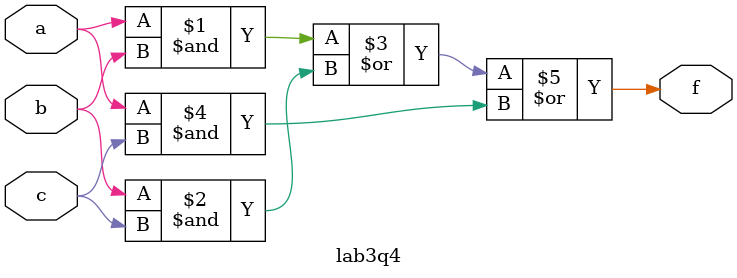
<source format=v>
module lab3q4(a,b,c,f);
input a,b,c;
output f;
assign f= (a&b)|(b&c)|(a&c);
endmodule

</source>
